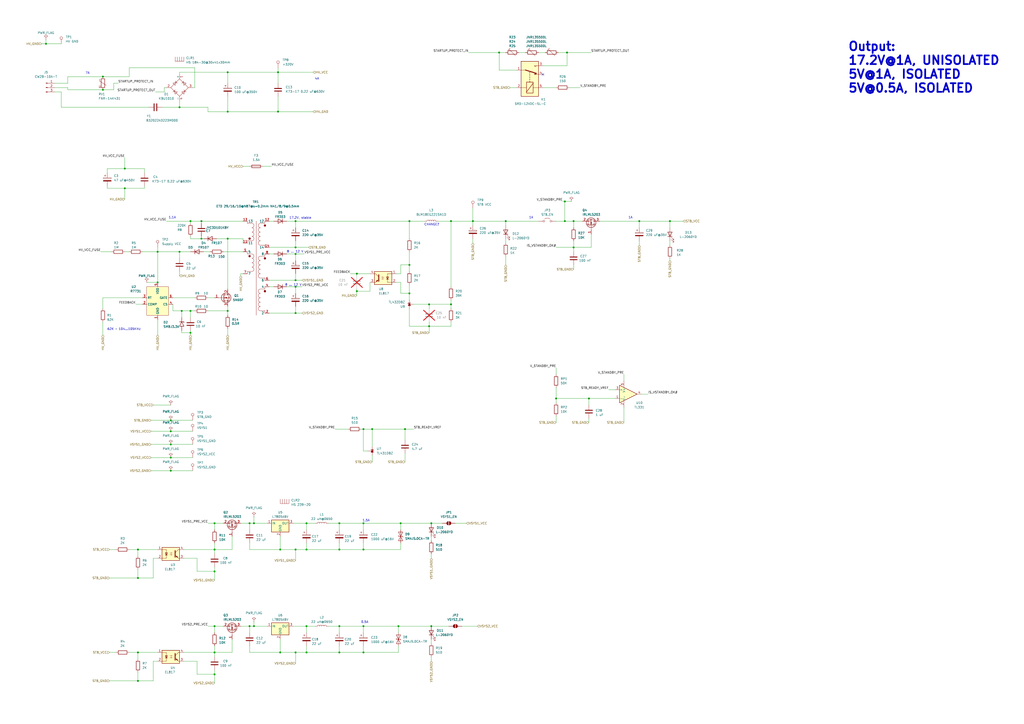
<source format=kicad_sch>
(kicad_sch (version 20231120) (generator "eeschema") (generator_version "8.0")
  (paper "A2")
  (junction (at 110.49 193.04))
  (junction (at 26.67 25.4))
  (junction (at 104.14 62.23))
  (junction (at 261.62 176.53))
  (junction (at 99.06 243.84))
  (junction (at 293.37 128.27))
  (junction (at 132.08 41.91))
  (junction (at 171.45 181.61))
  (junction (at 147.32 303.53))
  (junction (at 250.19 303.53))
  (junction (at 210.82 318.77))
  (junction (at 171.45 318.77))
  (junction (at 80.01 394.97))
  (junction (at 210.82 248.92))
  (junction (at 171.45 128.27))
  (junction (at 250.19 363.22))
  (junction (at 162.56 318.77))
  (junction (at 248.92 176.53))
  (junction (at 124.46 378.46))
  (junction (at 59.69 52.07))
  (junction (at 144.78 303.53))
  (junction (at 80.01 378.46))
  (junction (at 59.69 44.45))
  (junction (at 72.39 97.79))
  (junction (at 177.8 318.77))
  (junction (at 124.46 318.77))
  (junction (at 147.32 363.22))
  (junction (at 210.82 303.53))
  (junction (at 80.01 318.77))
  (junction (at 124.46 303.53))
  (junction (at 237.49 170.18))
  (junction (at 105.41 180.34))
  (junction (at 332.74 143.51))
  (junction (at 80.01 335.28))
  (junction (at 116.84 138.43))
  (junction (at 171.45 378.46))
  (junction (at 171.45 162.56))
  (junction (at 124.46 363.22))
  (junction (at 161.29 64.77))
  (junction (at 132.08 138.43))
  (junction (at 234.95 248.92))
  (junction (at 99.06 265.43))
  (junction (at 388.62 128.27))
  (junction (at 196.85 363.22))
  (junction (at 110.49 180.34))
  (junction (at 210.82 363.22))
  (junction (at 161.29 41.91))
  (junction (at 91.44 163.83))
  (junction (at 177.8 363.22))
  (junction (at 237.49 128.27))
  (junction (at 332.74 128.27))
  (junction (at 196.85 318.77))
  (junction (at 144.78 363.22))
  (junction (at 99.06 250.19))
  (junction (at 207.01 168.91))
  (junction (at 91.44 146.05))
  (junction (at 110.49 128.27))
  (junction (at 248.92 189.23))
  (junction (at 215.9 248.92))
  (junction (at 232.41 303.53))
  (junction (at 322.58 231.14))
  (junction (at 171.45 143.51))
  (junction (at 177.8 303.53))
  (junction (at 104.14 146.05))
  (junction (at 237.49 153.67))
  (junction (at 116.84 128.27))
  (junction (at 231.14 363.22))
  (junction (at 162.56 378.46))
  (junction (at 370.84 128.27))
  (junction (at 99.06 257.81))
  (junction (at 72.39 109.22))
  (junction (at 328.93 30.48))
  (junction (at 207.01 158.75))
  (junction (at 327.66 116.84))
  (junction (at 124.46 331.47))
  (junction (at 171.45 166.37))
  (junction (at 99.06 273.05))
  (junction (at 196.85 303.53))
  (junction (at 196.85 378.46))
  (junction (at 210.82 378.46))
  (junction (at 289.56 30.48))
  (junction (at 274.32 128.27))
  (junction (at 261.62 128.27))
  (junction (at 341.63 231.14))
  (junction (at 132.08 180.34))
  (junction (at 132.08 64.77))
  (junction (at 171.45 147.32))
  (junction (at 124.46 391.16))
  (junction (at 327.66 128.27))
  (junction (at 177.8 378.46))
  (no_connect (at 314.96 43.18))
  (wire (pts (xy 78.74 176.53) (xy 82.55 176.53)))
  (wire (pts (xy 110.49 193.04) (xy 110.49 194.31)))
  (wire (pts (xy 332.74 143.51) (xy 332.74 146.05)))
  (wire (pts (xy 90.17 53.34) (xy 95.25 53.34)))
  (wire (pts (xy 237.49 146.05) (xy 237.49 153.67)))
  (wire (pts (xy 261.62 176.53) (xy 261.62 179.07)))
  (wire (pts (xy 237.49 165.1) (xy 237.49 170.18)))
  (wire (pts (xy 104.14 146.05) (xy 110.49 146.05)))
  (wire (pts (xy 332.74 128.27) (xy 337.82 128.27)))
  (wire (pts (xy 323.85 30.48) (xy 328.93 30.48)))
  (wire (pts (xy 248.92 176.53) (xy 248.92 179.07)))
  (wire (pts (xy 120.65 64.77) (xy 132.08 64.77)))
  (wire (pts (xy 196.85 318.77) (xy 210.82 318.77)))
  (wire (pts (xy 232.41 170.18) (xy 237.49 170.18)))
  (wire (pts (xy 74.93 378.46) (xy 80.01 378.46)))
  (wire (pts (xy 66.04 48.26) (xy 68.58 48.26)))
  (wire (pts (xy 80.01 394.97) (xy 88.9 394.97)))
  (wire (pts (xy 328.93 38.1) (xy 328.93 30.48)))
  (wire (pts (xy 129.54 146.05) (xy 140.97 146.05)))
  (wire (pts (xy 232.41 153.67) (xy 237.49 153.67)))
  (wire (pts (xy 231.14 378.46) (xy 210.82 378.46)))
  (wire (pts (xy 231.14 374.65) (xy 231.14 378.46)))
  (wire (pts (xy 207.01 167.64) (xy 207.01 168.91)))
  (wire (pts (xy 171.45 378.46) (xy 177.8 378.46)))
  (wire (pts (xy 171.45 181.61) (xy 175.26 181.61)))
  (wire (pts (xy 214.63 163.83) (xy 214.63 168.91)))
  (wire (pts (xy 177.8 363.22) (xy 182.88 363.22)))
  (wire (pts (xy 110.49 129.54) (xy 110.49 128.27)))
  (wire (pts (xy 99.06 273.05) (xy 111.76 273.05)))
  (wire (pts (xy 72.39 109.22) (xy 62.23 109.22)))
  (wire (pts (xy 372.11 228.6) (xy 375.92 228.6)))
  (wire (pts (xy 207.01 171.45) (xy 207.01 168.91)))
  (wire (pts (xy 210.82 303.53) (xy 232.41 303.53)))
  (wire (pts (xy 104.14 41.91) (xy 132.08 41.91)))
  (wire (pts (xy 171.45 128.27) (xy 171.45 132.08)))
  (wire (pts (xy 322.58 231.14) (xy 341.63 231.14)))
  (wire (pts (xy 132.08 177.8) (xy 132.08 180.34)))
  (wire (pts (xy 100.33 180.34) (xy 105.41 180.34)))
  (wire (pts (xy 293.37 138.43) (xy 293.37 140.97)))
  (wire (pts (xy 314.96 38.1) (xy 328.93 38.1)))
  (wire (pts (xy 177.8 314.96) (xy 177.8 318.77)))
  (wire (pts (xy 72.39 97.79) (xy 62.23 97.79)))
  (wire (pts (xy 144.78 318.77) (xy 162.56 318.77)))
  (wire (pts (xy 248.92 189.23) (xy 248.92 193.04)))
  (wire (pts (xy 24.13 25.4) (xy 26.67 25.4)))
  (wire (pts (xy 177.8 318.77) (xy 196.85 318.77)))
  (wire (pts (xy 330.2 50.8) (xy 336.55 50.8)))
  (wire (pts (xy 162.56 318.77) (xy 171.45 318.77)))
  (wire (pts (xy 171.45 378.46) (xy 171.45 384.81)))
  (wire (pts (xy 274.32 130.81) (xy 274.32 128.27)))
  (wire (pts (xy 59.69 172.72) (xy 82.55 172.72)))
  (wire (pts (xy 39.37 50.8) (xy 39.37 52.07)))
  (wire (pts (xy 120.65 62.23) (xy 120.65 64.77)))
  (wire (pts (xy 104.14 62.23) (xy 120.65 62.23)))
  (wire (pts (xy 327.66 128.27) (xy 332.74 128.27)))
  (wire (pts (xy 74.93 318.77) (xy 80.01 318.77)))
  (wire (pts (xy 213.36 261.62) (xy 210.82 261.62)))
  (wire (pts (xy 124.46 303.53) (xy 124.46 307.34)))
  (wire (pts (xy 124.46 331.47) (xy 124.46 336.55)))
  (wire (pts (xy 207.01 158.75) (xy 214.63 158.75)))
  (wire (pts (xy 156.21 181.61) (xy 171.45 181.61)))
  (wire (pts (xy 274.32 120.65) (xy 274.32 128.27)))
  (wire (pts (xy 156.21 166.37) (xy 158.75 166.37)))
  (wire (pts (xy 171.45 162.56) (xy 175.26 162.56)))
  (wire (pts (xy 166.37 166.37) (xy 171.45 166.37)))
  (wire (pts (xy 111.76 50.8) (xy 113.03 50.8)))
  (wire (pts (xy 134.62 318.77) (xy 134.62 311.15)))
  (wire (pts (xy 271.78 30.48) (xy 289.56 30.48)))
  (wire (pts (xy 232.41 303.53) (xy 232.41 307.34)))
  (wire (pts (xy 170.18 363.22) (xy 177.8 363.22)))
  (wire (pts (xy 177.8 374.65) (xy 177.8 378.46)))
  (wire (pts (xy 322.58 213.36) (xy 322.58 217.17)))
  (wire (pts (xy 289.56 30.48) (xy 293.37 30.48)))
  (wire (pts (xy 171.45 166.37) (xy 175.26 166.37)))
  (wire (pts (xy 293.37 148.59) (xy 293.37 153.67)))
  (wire (pts (xy 31.75 53.34) (xy 35.56 53.34)))
  (wire (pts (xy 353.06 226.06) (xy 356.87 226.06)))
  (wire (pts (xy 80.01 389.89) (xy 80.01 394.97)))
  (wire (pts (xy 110.49 128.27) (xy 116.84 128.27)))
  (wire (pts (xy 261.62 128.27) (xy 274.32 128.27)))
  (wire (pts (xy 196.85 303.53) (xy 210.82 303.53)))
  (wire (pts (xy 124.46 331.47) (xy 124.46 328.93)))
  (wire (pts (xy 341.63 242.57) (xy 341.63 245.11)))
  (wire (pts (xy 232.41 163.83) (xy 229.87 163.83)))
  (wire (pts (xy 63.5 335.28) (xy 80.01 335.28)))
  (wire (pts (xy 132.08 180.34) (xy 132.08 182.88)))
  (wire (pts (xy 196.85 363.22) (xy 196.85 367.03)))
  (wire (pts (xy 88.9 323.85) (xy 91.44 323.85)))
  (wire (pts (xy 116.84 129.54) (xy 116.84 128.27)))
  (wire (pts (xy 139.7 363.22) (xy 144.78 363.22)))
  (wire (pts (xy 264.16 303.53) (xy 270.51 303.53)))
  (wire (pts (xy 234.95 248.92) (xy 240.03 248.92)))
  (wire (pts (xy 106.68 318.77) (xy 124.46 318.77)))
  (wire (pts (xy 116.84 137.16) (xy 116.84 138.43)))
  (wire (pts (xy 132.08 55.88) (xy 132.08 64.77)))
  (wire (pts (xy 274.32 138.43) (xy 274.32 140.97)))
  (wire (pts (xy 139.7 158.75) (xy 140.97 158.75)))
  (wire (pts (xy 59.69 186.69) (xy 59.69 194.31)))
  (wire (pts (xy 300.99 30.48) (xy 304.8 30.48)))
  (wire (pts (xy 196.85 363.22) (xy 210.82 363.22)))
  (wire (pts (xy 190.5 303.53) (xy 196.85 303.53)))
  (wire (pts (xy 140.97 96.52) (xy 144.78 96.52)))
  (wire (pts (xy 114.3 383.54) (xy 114.3 391.16)))
  (wire (pts (xy 171.45 318.77) (xy 171.45 325.12)))
  (wire (pts (xy 67.31 378.46) (xy 63.5 378.46)))
  (wire (pts (xy 83.82 97.79) (xy 72.39 97.79)))
  (wire (pts (xy 58.42 146.05) (xy 64.77 146.05)))
  (wire (pts (xy 124.46 391.16) (xy 124.46 396.24)))
  (wire (pts (xy 171.45 147.32) (xy 171.45 151.13)))
  (wire (pts (xy 161.29 41.91) (xy 161.29 48.26)))
  (wire (pts (xy 231.14 363.22) (xy 250.19 363.22)))
  (wire (pts (xy 361.95 217.17) (xy 361.95 220.98)))
  (wire (pts (xy 31.75 48.26) (xy 39.37 48.26)))
  (wire (pts (xy 194.31 248.92) (xy 201.93 248.92)))
  (wire (pts (xy 139.7 158.75) (xy 139.7 160.02)))
  (wire (pts (xy 106.68 323.85) (xy 114.3 323.85)))
  (wire (pts (xy 210.82 318.77) (xy 232.41 318.77)))
  (wire (pts (xy 237.49 189.23) (xy 237.49 179.07)))
  (wire (pts (xy 88.9 234.95) (xy 99.06 234.95)))
  (wire (pts (xy 87.63 265.43) (xy 99.06 265.43)))
  (wire (pts (xy 83.82 107.95) (xy 83.82 109.22)))
  (wire (pts (xy 210.82 374.65) (xy 210.82 378.46)))
  (wire (pts (xy 100.33 172.72) (xy 113.03 172.72)))
  (wire (pts (xy 104.14 157.48) (xy 104.14 160.02)))
  (wire (pts (xy 39.37 52.07) (xy 59.69 52.07)))
  (wire (pts (xy 156.21 162.56) (xy 171.45 162.56)))
  (wire (pts (xy 314.96 50.8) (xy 322.58 50.8)))
  (wire (pts (xy 124.46 363.22) (xy 129.54 363.22)))
  (wire (pts (xy 162.56 370.84) (xy 162.56 378.46)))
  (wire (pts (xy 232.41 303.53) (xy 250.19 303.53)))
  (wire (pts (xy 196.85 314.96) (xy 196.85 318.77)))
  (wire (pts (xy 31.75 50.8) (xy 39.37 50.8)))
  (wire (pts (xy 144.78 363.22) (xy 147.32 363.22)))
  (wire (pts (xy 161.29 39.37) (xy 161.29 41.91)))
  (wire (pts (xy 179.07 143.51) (xy 171.45 143.51)))
  (wire (pts (xy 104.14 146.05) (xy 104.14 149.86)))
  (wire (pts (xy 203.2 158.75) (xy 207.01 158.75)))
  (wire (pts (xy 196.85 374.65) (xy 196.85 378.46)))
  (wire (pts (xy 293.37 128.27) (xy 312.42 128.27)))
  (wire (pts (xy 147.32 363.22) (xy 154.94 363.22)))
  (wire (pts (xy 332.74 143.51) (xy 342.9 143.51)))
  (wire (pts (xy 237.49 128.27) (xy 246.38 128.27)))
  (wire (pts (xy 140.97 140.97) (xy 140.97 138.43)))
  (wire (pts (xy 250.19 383.54) (xy 250.19 381)))
  (wire (pts (xy 99.06 265.43) (xy 111.76 265.43)))
  (wire (pts (xy 83.82 109.22) (xy 72.39 109.22)))
  (wire (pts (xy 250.19 363.22) (xy 260.35 363.22)))
  (wire (pts (xy 91.44 146.05) (xy 104.14 146.05)))
  (wire (pts (xy 231.14 363.22) (xy 231.14 367.03)))
  (wire (pts (xy 209.55 248.92) (xy 210.82 248.92)))
  (wire (pts (xy 171.45 158.75) (xy 171.45 162.56)))
  (wire (pts (xy 162.56 311.15) (xy 162.56 318.77)))
  (wire (pts (xy 144.78 374.65) (xy 144.78 378.46)))
  (wire (pts (xy 177.8 378.46) (xy 196.85 378.46)))
  (wire (pts (xy 72.39 109.22) (xy 72.39 115.57)))
  (wire (pts (xy 132.08 138.43) (xy 132.08 167.64)))
  (wire (pts (xy 120.65 303.53) (xy 124.46 303.53)))
  (wire (pts (xy 80.01 318.77) (xy 80.01 322.58)))
  (wire (pts (xy 232.41 314.96) (xy 232.41 318.77)))
  (wire (pts (xy 207.01 168.91) (xy 214.63 168.91)))
  (wire (pts (xy 140.97 138.43) (xy 132.08 138.43)))
  (wire (pts (xy 88.9 383.54) (xy 91.44 383.54)))
  (wire (pts (xy 144.78 378.46) (xy 162.56 378.46)))
  (wire (pts (xy 161.29 64.77) (xy 181.61 64.77)))
  (wire (pts (xy 83.82 100.33) (xy 83.82 97.79)))
  (wire (pts (xy 254 128.27) (xy 261.62 128.27)))
  (wire (pts (xy 66.04 48.26) (xy 66.04 52.07)))
  (wire (pts (xy 370.84 128.27) (xy 370.84 132.08)))
  (wire (pts (xy 113.03 39.37) (xy 74.93 39.37)))
  (wire (pts (xy 210.82 363.22) (xy 231.14 363.22)))
  (wire (pts (xy 91.44 185.42) (xy 91.44 194.31)))
  (wire (pts (xy 88.9 335.28) (xy 88.9 323.85)))
  (wire (pts (xy 82.55 146.05) (xy 91.44 146.05)))
  (wire (pts (xy 237.49 170.18) (xy 237.49 173.99)))
  (wire (pts (xy 388.62 149.86) (xy 388.62 151.13)))
  (wire (pts (xy 267.97 363.22) (xy 276.86 363.22)))
  (wire (pts (xy 171.45 147.32) (xy 176.53 147.32)))
  (wire (pts (xy 341.63 231.14) (xy 341.63 234.95)))
  (wire (pts (xy 26.67 25.4) (xy 26.67 22.86)))
  (wire (pts (xy 132.08 41.91) (xy 161.29 41.91)))
  (wire (pts (xy 170.18 303.53) (xy 177.8 303.53)))
  (wire (pts (xy 80.01 378.46) (xy 91.44 378.46)))
  (wire (pts (xy 105.41 191.77) (xy 105.41 193.04)))
  (wire (pts (xy 196.85 378.46) (xy 210.82 378.46)))
  (wire (pts (xy 388.62 128.27) (xy 396.24 128.27)))
  (wire (pts (xy 124.46 378.46) (xy 134.62 378.46)))
  (wire (pts (xy 91.44 146.05) (xy 91.44 163.83)))
  (wire (pts (xy 361.95 236.22) (xy 361.95 245.11)))
  (wire (pts (xy 63.5 394.97) (xy 80.01 394.97)))
  (wire (pts (xy 248.92 189.23) (xy 261.62 189.23)))
  (wire (pts (xy 99.06 243.84) (xy 111.76 243.84)))
  (wire (pts (xy 110.49 138.43) (xy 110.49 137.16)))
  (wire (pts (xy 113.03 50.8) (xy 113.03 39.37)))
  (wire (pts (xy 120.65 363.22) (xy 124.46 363.22)))
  (wire (pts (xy 171.45 318.77) (xy 177.8 318.77)))
  (wire (pts (xy 104.14 62.23) (xy 104.14 58.42)))
  (wire (pts (xy 322.58 224.79) (xy 322.58 231.14)))
  (wire (pts (xy 124.46 363.22) (xy 124.46 367.03)))
  (wire (pts (xy 250.19 311.15) (xy 250.19 313.69)))
  (wire (pts (xy 59.69 52.07) (xy 66.04 52.07)))
  (wire (pts (xy 190.5 363.22) (xy 196.85 363.22)))
  (wire (pts (xy 59.69 179.07) (xy 59.69 172.72)))
  (wire (pts (xy 156.21 143.51) (xy 171.45 143.51)))
  (wire (pts (xy 106.68 383.54) (xy 114.3 383.54)))
  (wire (pts (xy 293.37 130.81) (xy 293.37 128.27)))
  (wire (pts (xy 144.78 303.53) (xy 144.78 307.34)))
  (wire (pts (xy 139.7 303.53) (xy 144.78 303.53)))
  (wire (pts (xy 207.01 160.02) (xy 207.01 158.75)))
  (wire (pts (xy 80.01 335.28) (xy 88.9 335.28)))
  (wire (pts (xy 234.95 262.89) (xy 234.95 267.97)))
  (wire (pts (xy 144.78 314.96) (xy 144.78 318.77)))
  (wire (pts (xy 110.49 180.34) (xy 110.49 184.15)))
  (wire (pts (xy 72.39 146.05) (xy 74.93 146.05)))
  (wire (pts (xy 215.9 264.16) (xy 215.9 267.97)))
  (wire (pts (xy 248.92 186.69) (xy 248.92 189.23)))
  (wire (pts (xy 59.69 44.45) (xy 74.93 44.45)))
  (wire (pts (xy 62.23 107.95) (xy 62.23 109.22)))
  (wire (pts (xy 96.52 128.27) (xy 110.49 128.27)))
  (wire (pts (xy 248.92 176.53) (xy 261.62 176.53)))
  (wire (pts (xy 332.74 128.27) (xy 332.74 132.08)))
  (wire (pts (xy 124.46 374.65) (xy 124.46 378.46)))
  (wire (pts (xy 105.41 193.04) (xy 110.49 193.04)))
  (wire (pts (xy 232.41 170.18) (xy 232.41 163.83)))
  (wire (pts (xy 210.82 303.53) (xy 210.82 307.34)))
  (wire (pts (xy 120.65 180.34) (xy 132.08 180.34)))
  (wire (pts (xy 105.41 180.34) (xy 110.49 180.34)))
  (wire (pts (xy 177.8 307.34) (xy 177.8 303.53)))
  (wire (pts (xy 347.98 128.27) (xy 370.84 128.27)))
  (wire (pts (xy 87.63 273.05) (xy 99.06 273.05)))
  (wire (pts (xy 114.3 391.16) (xy 124.46 391.16)))
  (wire (pts (xy 210.82 248.92) (xy 215.9 248.92)))
  (wire (pts (xy 95.25 53.34) (xy 95.25 50.8)))
  (wire (pts (xy 234.95 248.92) (xy 234.95 255.27)))
  (wire (pts (xy 118.11 138.43) (xy 116.84 138.43)))
  (wire (pts (xy 95.25 50.8) (xy 96.52 50.8)))
  (wire (pts (xy 261.62 128.27) (xy 261.62 166.37)))
  (wire (pts (xy 341.63 231.14) (xy 356.87 231.14)))
  (wire (pts (xy 166.37 128.27) (xy 171.45 128.27)))
  (wire (pts (xy 124.46 314.96) (xy 124.46 318.77)))
  (wire (pts (xy 132.08 64.77) (xy 161.29 64.77)))
  (wire (pts (xy 124.46 391.16) (xy 124.46 388.62)))
  (wire (pts (xy 161.29 41.91) (xy 181.61 41.91)))
  (wire (pts (xy 114.3 323.85) (xy 114.3 331.47)))
  (wire (pts (xy 124.46 318.77) (xy 134.62 318.77)))
  (wire (pts (xy 134.62 378.46) (xy 134.62 370.84)))
  (wire (pts (xy 388.62 128.27) (xy 388.62 132.08)))
  (wire (pts (xy 162.56 378.46) (xy 171.45 378.46)))
  (wire (pts (xy 144.78 303.53) (xy 147.32 303.53)))
  (wire (pts (xy 156.21 147.32) (xy 158.75 147.32)))
  (wire (pts (xy 240.03 176.53) (xy 248.92 176.53)))
  (wire (pts (xy 327.66 116.84) (xy 331.47 116.84)))
  (wire (pts (xy 100.33 176.53) (xy 100.33 180.34)))
  (wire (pts (xy 26.67 25.4) (xy 35.56 25.4)))
  (wire (pts (xy 370.84 128.27) (xy 388.62 128.27)))
  (wire (pts (xy 132.08 190.5) (xy 132.08 194.31)))
  (wire (pts (xy 171.45 177.8) (xy 171.45 181.61)))
  (wire (pts (xy 261.62 189.23) (xy 261.62 186.69)))
  (wire (pts (xy 171.45 139.7) (xy 171.45 143.51)))
  (wire (pts (xy 74.93 39.37) (xy 74.93 44.45)))
  (wire (pts (xy 132.08 41.91) (xy 132.08 48.26)))
  (wire (pts (xy 289.56 40.64) (xy 299.72 40.64)))
  (wire (pts (xy 322.58 231.14) (xy 322.58 233.68)))
  (wire (pts (xy 322.58 143.51) (xy 332.74 143.51)))
  (wire (pts (xy 88.9 394.97) (xy 88.9 383.54)))
  (wire (pts (xy 39.37 44.45) (xy 39.37 48.26)))
  (wire (pts (xy 250.19 323.85) (xy 250.19 321.31)))
  (wire (pts (xy 72.39 91.44) (xy 72.39 97.79)))
  (wire (pts (xy 370.84 139.7) (xy 370.84 142.24)))
  (wire (pts (xy 237.49 128.27) (xy 237.49 138.43)))
  (wire (pts (xy 80.01 330.2) (xy 80.01 335.28)))
  (wire (pts (xy 161.29 55.88) (xy 161.29 64.77)))
  (wire (pts (xy 171.45 166.37) (xy 171.45 170.18)))
  (wire (pts (xy 110.49 180.34) (xy 113.03 180.34)))
  (wire (pts (xy 35.56 53.34) (xy 35.56 62.23)))
  (wire (pts (xy 91.44 143.51) (xy 91.44 146.05)))
  (wire (pts (xy 156.21 128.27) (xy 158.75 128.27)))
  (wire (pts (xy 124.46 318.77) (xy 124.46 321.31)))
  (wire (pts (xy 232.41 158.75) (xy 229.87 158.75)))
  (wire (pts (xy 177.8 303.53) (xy 182.88 303.53)))
  (wire (pts (xy 237.49 153.67) (xy 237.49 157.48)))
  (wire (pts (xy 80.01 318.77) (xy 91.44 318.77)))
  (wire (pts (xy 87.63 243.84) (xy 99.06 243.84)))
  (wire (pts (xy 87.63 257.81) (xy 99.06 257.81)))
  (wire (pts (xy 250.19 303.53) (xy 256.54 303.53)))
  (wire (pts (xy 327.66 116.84) (xy 327.66 128.27)))
  (wire (pts (xy 67.31 318.77) (xy 63.5 318.77)))
  (wire (pts (xy 332.74 153.67) (xy 332.74 156.21)))
  (wire (pts (xy 215.9 248.92) (xy 215.9 259.08)))
  (wire (pts (xy 35.56 62.23) (xy 86.36 62.23)))
  (wire (pts (xy 326.39 116.84) (xy 327.66 116.84)))
  (wire (pts (xy 295.91 50.8) (xy 299.72 50.8)))
  (wire (pts (xy 87.63 250.19) (xy 99.06 250.19)))
  (wire (pts (xy 210.82 261.62) (xy 210.82 248.92)))
  (wire (pts (xy 85.09 163.83) (xy 91.44 163.83)))
  (wire (pts (xy 147.32 360.68) (xy 147.32 363.22)))
  (wire (pts (xy 322.58 128.27) (xy 327.66 128.27)))
  (wire (pts (xy 116.84 128.27) (xy 140.97 128.27)))
  (wire (pts (xy 289.56 30.48) (xy 289.56 40.64)))
  (wire (pts (xy 93.98 62.23) (xy 104.14 62.23)))
  (wire (pts (xy 166.37 147.32) (xy 171.45 147.32)))
  (wire (pts (xy 99.06 250.19) (xy 111.76 250.19)))
  (wire (pts (xy 322.58 241.3) (xy 322.58 245.11)))
  (wire (pts (xy 210.82 363.22) (xy 210.82 367.03)))
  (wire (pts (xy 124.46 378.46) (xy 124.46 381)))
  (wire (pts (xy 274.32 128.27) (xy 293.37 128.27)))
  (wire (pts (xy 210.82 314.96) (xy 210.82 318.77)))
  (wire (pts (xy 99.06 257.81) (xy 111.76 257.81)))
  (wire (pts (xy 312.42 30.48) (xy 316.23 30.48)))
  (wire (pts (xy 237.49 189.23) (xy 248.92 189.23)))
  (wire (pts (xy 147.32 303.53) (xy 154.94 303.53)))
  (wire (pts (xy 328.93 30.48) (xy 342.9 30.48)))
  (wire (pts (xy 116.84 138.43) (xy 110.49 138.43)))
  (wire (pts (xy 388.62 139.7) (xy 388.62 142.24)))
  (wire (pts (xy 342.9 143.51) (xy 342.9 135.89)))
  (wire (pts (xy 144.78 363.22) (xy 144.78 367.03)))
  (wire (pts (xy 147.32 299.72) (xy 147.32 303.53)))
  (wire (pts (xy 125.73 138.43) (xy 132.08 138.43)))
  (wire (pts (xy 124.46 303.53) (xy 129.54 303.53)))
  (wire (pts (xy 104.14 41.91) (xy 104.14 43.18)))
  (wire (pts (xy 80.01 378.46) (xy 80.01 382.27)))
  (wire (pts (xy 120.65 172.72) (xy 124.46 172.72)))
  (wire (pts (xy 196.85 303.53) (xy 196.85 307.34)))
  (wire (pts (xy 62.23 97.79) (xy 62.23 100.33)))
  (wire (pts (xy 106.68 378.46) (xy 124.46 378.46)))
  (wire (pts (xy 114.3 331.47) (xy 124.46 331.47)))
  (wire (pts (xy 232.41 153.67) (xy 232.41 158.75)))
  (wire (pts (xy 261.62 173.99) (xy 261.62 176.53)))
  (wire (pts (xy 39.37 44.45) (xy 59.69 44.45)))
  (wire (pts (xy 250.19 370.84) (xy 250.19 373.38)))
  (wire (pts (xy 118.11 146.05) (xy 121.92 146.05)))
  (wire (pts (xy 105.41 184.15) (xy 105.41 180.34)))
  (wire (pts (xy 110.49 191.77) (xy 110.49 193.04)))
  (wire (pts (xy 152.4 96.52) (xy 157.48 96.52)))
  (wire (pts (xy 215.9 248.92) (xy 234.95 248.92)))
  (wire (pts (xy 332.74 139.7) (xy 332.74 143.51)))
  (wire (pts (xy 177.8 367.03) (xy 177.8 363.22)))
  (wire (pts (xy 171.45 128.27) (xy 237.49 128.27)))
  (text "8 ... 12 V" (at 171.196 146.05 0) (effects (font (size 1.27 1.27))))
  (text "1.1A" (at 97.79 127 0) (effects (font (size 1.27 1.27)) (justify left bottom)))
  (text "17.2V, stable" (at 174.244 126.492 0) (effects (font (size 1.27 1.27))))
  (text "4A" (at 182.626 46.482 0) (effects (font (size 1.27 1.27)) (justify left bottom)))
  (text "Output:\n17.2V@1A, UNISOLATED\n5V@1A, ISOLATED\n5V@0.5A, ISOLATED\n\n" (at 491.744 62.23 0) (effects (font (size 5 5) (bold yes)) (justify left bottom)))
  (text "8 ... 12 V" (at 170.18 165.354 0) (effects (font (size 1.27 1.27))))
  (text "1.5A" (at 212.344 302.006 0) (effects (font (size 1.27 1.27))))
  (text "CHANGE?" (at 250.444 130.302 0) (effects (font (size 1.27 1.27))))
  (text "1A" (at 364.49 127 0) (effects (font (size 1.27 1.27)) (justify left bottom)))
  (text "62K ~ 104...105KHz" (at 62.23 191.77 0) (effects (font (size 1.27 1.27)) (justify left bottom)))
  (text "7A" (at 49.53 43.18 0) (effects (font (size 1.27 1.27)) (justify left bottom)))
  (text "0.5A" (at 211.582 360.934 0) (effects (font (size 1.27 1.27))))
  (text "1A" (at 306.832 127 0) (effects (font (size 1.27 1.27)) (justify left bottom)))
  (label "VSYS2_PRE_VCC" (at 175.26 166.37 0))
  (label "HV_VCC_FUSE" (at 72.39 91.44 180))
  (label "FEEDBACK" (at 78.74 176.53 180))
  (label "V_STANDBY_PRE" (at 336.55 50.8 0))
  (label "STARTUP_PROTECT_IN" (at 68.58 48.26 0))
  (label "STB_READY_VREF" (at 240.03 248.92 0))
  (label "V_STANDBY_PRE" (at 194.31 248.92 180))
  (label "STARTUP_PROTECT_OUT" (at 90.17 53.34 180))
  (label "HV_VCC_FUSE" (at 157.48 96.52 0))
  (label "HV_VCC_FUSE" (at 58.42 146.05 180))
  (label "STB_READY_VREF" (at 353.06 226.06 180))
  (label "V_STANDBY_PRE" (at 322.58 213.36 180))
  (label "IS_VSTANDBY_OK#" (at 375.92 228.6 0))
  (label "VSYS1_PRE_VCC" (at 120.65 303.53 180))
  (label "STARTUP_PROTECT_IN" (at 271.78 30.48 180))
  (label "FEEDBACK" (at 203.2 158.75 180))
  (label "STARTUP_PROTECT_OUT" (at 342.9 30.48 0))
  (label "VSYS2_PRE_VCC" (at 120.65 363.22 180))
  (label "IS_VSTANDBY_OK#" (at 322.58 143.51 180))
  (label "V_STANDBY_PRE" (at 326.39 116.84 180))
  (label "HV_VCC_FUSE" (at 96.52 128.27 180))
  (label "VSYS1_PRE_VCC" (at 176.53 147.32 0))
  (label "V_STANDBY_PRE" (at 361.95 217.17 180))
  (hierarchical_label "VSYS1_GND" (shape input) (at 87.63 257.81 180))
  (hierarchical_label "STB_GND" (shape input) (at 361.95 245.11 180))
  (hierarchical_label "VSYS2_GND" (shape input) (at 175.26 181.61 0))
  (hierarchical_label "STB_GND" (shape input) (at 370.84 142.24 270))
  (hierarchical_label "STB_VCC" (shape input) (at 63.5 378.46 180))
  (hierarchical_label "STB_GND" (shape input) (at 63.5 335.28 180))
  (hierarchical_label "STB_GND" (shape input) (at 388.62 151.13 270))
  (hierarchical_label "HV_GND" (shape input) (at 59.69 194.31 270))
  (hierarchical_label "VSYS2_GND" (shape input) (at 250.19 383.54 270))
  (hierarchical_label "HV_GND" (shape input) (at 72.39 115.57 180))
  (hierarchical_label "HV_GND" (shape input) (at 181.61 64.77 0))
  (hierarchical_label "STB_GND" (shape input) (at 274.32 140.97 270))
  (hierarchical_label "HV_GND" (shape input) (at 24.13 25.4 180))
  (hierarchical_label "HV_VCC" (shape input) (at 181.61 41.91 0))
  (hierarchical_label "HV_GND" (shape input) (at 207.01 171.45 180))
  (hierarchical_label "HV_GND" (shape input) (at 132.08 194.31 270))
  (hierarchical_label "VSYS1_GND" (shape input) (at 250.19 323.85 270))
  (hierarchical_label "STB_VCC" (shape input) (at 63.5 318.77 180))
  (hierarchical_label "STB_GND" (shape input) (at 341.63 245.11 180))
  (hierarchical_label "VSYS1_VCC" (shape input) (at 87.63 250.19 180))
  (hierarchical_label "STB_GND" (shape input) (at 248.92 193.04 180))
  (hierarchical_label "VSYS2_GND" (shape input) (at 124.46 396.24 180))
  (hierarchical_label "STB_VCC" (shape input) (at 396.24 128.27 0))
  (hierarchical_label "VSYS2_VCC" (shape input) (at 276.86 363.22 0))
  (hierarchical_label "STB_VCC" (shape input) (at 88.9 234.95 180))
  (hierarchical_label "STB_GND" (shape input) (at 179.07 143.51 0))
  (hierarchical_label "STB_GND" (shape input) (at 332.74 156.21 180))
  (hierarchical_label "STB_GND" (shape input) (at 234.95 267.97 180))
  (hierarchical_label "STB_GND" (shape input) (at 87.63 243.84 180))
  (hierarchical_label "HV_GND" (shape input) (at 91.44 194.31 270))
  (hierarchical_label "STB_GND" (shape input) (at 63.5 394.97 180))
  (hierarchical_label "STB_GND" (shape input) (at 322.58 245.11 180))
  (hierarchical_label "HV_VCC" (shape input) (at 140.97 96.52 180))
  (hierarchical_label "VSYS2_GND" (shape input) (at 87.63 273.05 180))
  (hierarchical_label "STB_GND" (shape input) (at 293.37 153.67 270))
  (hierarchical_label "VSYS1_GND" (shape input) (at 124.46 336.55 180))
  (hierarchical_label "VSYS2_GND" (shape input) (at 171.45 384.81 180))
  (hierarchical_label "VSYS1_GND" (shape input) (at 171.45 325.12 180))
  (hierarchical_label "STB_GND" (shape input) (at 215.9 267.97 180))
  (hierarchical_label "VSYS1_GND" (shape input) (at 175.26 162.56 0))
  (hierarchical_label "HV_GND" (shape input) (at 139.7 160.02 270))
  (hierarchical_label "HV_GND" (shape input) (at 110.49 194.31 270))
  (hierarchical_label "VSYS2_VCC" (shape input) (at 87.63 265.43 180))
  (hierarchical_label "HV_GND" (shape input) (at 104.14 160.02 0))
  (hierarchical_label "STB_GND" (shape input) (at 295.91 50.8 180))
  (hierarchical_label "VSYS1_VCC" (shape input) (at 270.51 303.53 0))
  (symbol (lib_id "Device:D") (at 162.56 147.32 180) (unit 1)
    (property "Reference" "D6" (at 162.306 150.368 0))
    (property "Value" "FR303" (at 162.306 152.908 0))
    (property "Footprint" "Diode_THT:D_DO-201AD_P3.81mm_Vertical_AnodeUp" (effects (hide yes)))
    (property "Description" "Diode" (effects (hide yes)))
    (property "Sim.Device" "D" (effects (hide yes)))
    (property "Sim.Pins" "1=K 2=A" (effects (hide yes)))
  )
  (symbol (lib_id "Jumper:Jumper_2_Open") (at 317.5 128.27 0) (unit 1)
    (property "Reference" "JP3" (at 317.5 121.92 0))
    (property "Value" "STB_EN" (at 317.5 124.46 0))
    (property "Footprint" "TestPoint:TestPoint_2Pads_Pitch2.54mm_Drill0.8mm" (effects (hide yes)))
    (property "Description" "Jumper, 2-pole, open" (effects (hide yes)))
  )
  (symbol (lib_id "Device:L") (at 250.19 128.27 90) (unit 1)
    (property "Reference" "L3" (at 250.19 121.92 90))
    (property "Value" "BLM18EG221SN1D" (at 250.19 124.46 90))
    (property "Footprint" "Inductor_SMD:L_0603_1608Metric" (effects (hide yes)))
    (property "Description" "Inductor" (effects (hide yes)))
  )
  (symbol (lib_id "Connector:TestPoint") (at 161.29 39.37 0) (unit 1)
    (property "Reference" "TP8" (at 163.83 34.7979 0) (effects (justify left)))
    (property "Value" "+320V" (at 163.83 37.3379 0) (effects (justify left)))
    (property "Footprint" "TestPoint:TestPoint_Pad_2.0x2.0mm" (effects (hide yes)))
    (property "Description" "test point" (effects (hide yes)))
  )
  (symbol (lib_id "My_Library:R7731") (at 91.44 172.72 0) (unit 1)
    (property "Reference" "U2" (at 76.2 166.37 0) (effects (justify left)))
    (property "Value" "R7731" (at 78.74 168.91 0))
    (property "Footprint" "Package_TO_SOT_SMD:SOT-23-6" (effects (hide yes)))
    (property "Datasheet" "http://archive.espec.ws/files/R7731.pdf?ysclid=lfm8950tac95130387" (effects (hide yes)))
  )
  (symbol (lib_id "My_Library:TR_5x1-7+7") (at 148.59 143.51 0) (unit 1)
    (property "Reference" "TR1" (at 148.336 117.094 0))
    (property "Value" "ETD 29/16/10@N87@s=0.2mm N41/8/9@0.5mm" (at 149.606 119.634 0))
    (property "Footprint" "Library:ETD29_7x7_vertical" (effects (hide yes)))
  )
  (symbol (lib_id "Device:R") (at 332.74 135.89 180) (unit 1)
    (property "Reference" "R27" (at 335.28 135.255 0) (effects (justify right)))
    (property "Value" "10K" (at 335.28 137.795 0) (effects (justify right)))
    (property "Footprint" "Resistor_SMD:R_0805_2012Metric" (effects (hide yes)))
    (property "Description" "Resistor" (effects (hide yes)))
  )
  (symbol (lib_id "Transistor_FET:IRLML5203") (at 134.62 365.76 270) (mirror x) (unit 1)
    (property "Reference" "Q3" (at 129.54 356.87 90) (effects (justify left)))
    (property "Value" "IRLML5203" (at 129.54 359.41 90) (effects (justify left)))
    (property "Footprint" "Package_TO_SOT_SMD:SOT-23" (effects (hide yes)))
    (property "Datasheet" "https://www.infineon.com/dgdl/irlml5203pbf.pdf?fileId=5546d462533600a40153566868da261d" (effects (hide yes)))
    (property "Description" "-3.0A Id, -30V Vds, 98mOhm Rds, P-Channel HEXFET Power MOSFET, SOT-23" (effects (hide yes)))
  )
  (symbol (lib_id "Device:R") (at 124.46 311.15 180) (unit 1)
    (property "Reference" "R11" (at 127 310.515 0) (effects (justify right)))
    (property "Value" "10K" (at 127 313.055 0) (effects (justify right)))
    (property "Footprint" "Resistor_SMD:R_0805_2012Metric" (effects (hide yes)))
    (property "Description" "Resistor" (effects (hide yes)))
  )
  (symbol (lib_id "Device:R") (at 237.49 161.29 180) (unit 1)
    (property "Reference" "R17" (at 240.03 160.0199 0) (effects (justify right)))
    (property "Value" "2K" (at 240.03 162.5599 0) (effects (justify right)))
    (property "Footprint" "Resistor_SMD:R_0805_2012Metric" (effects (hide yes)))
    (property "Description" "Resistor" (effects (hide yes)))
  )
  (symbol (lib_id "power:PWR_FLAG") (at 99.06 234.95 0) (unit 1)
    (property "Reference" "#FLG03" (effects (hide yes)))
    (property "Value" "PWR_FLAG" (at 99.06 229.87 0))
    (property "Description" "Special symbol for telling ERC where power comes from" (effects (hide yes)))
  )
  (symbol (lib_id "Reference_Voltage:TL432DBZ") (at 237.49 176.53 270) (mirror x) (unit 1)
    (property "Reference" "U9" (at 234.95 177.8 90) (effects (justify right)))
    (property "Value" "TL432DBZ" (at 234.95 175.26 90) (effects (justify right)))
    (property "Footprint" "Package_TO_SOT_SMD:SOT-23-3" (effects (hide yes)))
    (property "Datasheet" "http://www.ti.com/lit/ds/symlink/tl431.pdf" (effects (hide yes)))
    (property "Description" "Shunt Regulator, SOT-23" (effects (hide yes)))
  )
  (symbol (lib_id "Device:C") (at 144.78 370.84 180) (unit 1)
    (property "Reference" "C12" (at 148.59 370.205 0) (effects (justify right)))
    (property "Value" "22 uF" (at 148.59 372.745 0) (effects (justify right)))
    (property "Footprint" "Capacitor_SMD:C_1210_3225Metric" (effects (hide yes)))
    (property "Description" "Unpolarized capacitor" (effects (hide yes)))
  )
  (symbol (lib_id "power:PWR_FLAG") (at 99.06 257.81 0) (unit 1)
    (property "Reference" "#FLG06" (effects (hide yes)))
    (property "Value" "PWR_FLAG" (at 99.06 252.73 0))
    (property "Description" "Special symbol for telling ERC where power comes from" (effects (hide yes)))
  )
  (symbol (lib_id "Isolator:EL817") (at 99.06 381 0) (unit 1)
    (property "Reference" "U4" (at 101.6 387.35 0) (effects (justify right)))
    (property "Value" "EL817" (at 101.6 389.89 0) (effects (justify right)))
    (property "Footprint" "Package_DIP:DIP-4_W7.62mm" (effects (hide yes)))
    (property "Datasheet" "http://www.everlight.com/file/ProductFile/EL817.pdf" (effects (hide yes)))
    (property "Description" "DC Optocoupler, Vce 35V, DIP-4" (effects (hide yes)))
  )
  (symbol (lib_id "Device:Fuse") (at 148.59 96.52 90) (unit 1)
    (property "Reference" "F3" (at 148.59 90.17 90))
    (property "Value" "1.5A" (at 148.59 92.71 90))
    (property "Footprint" "Library:FuseHolder1808" (effects (hide yes)))
    (property "Description" "Fuse" (effects (hide yes)))
  )
  (symbol (lib_id "Device:C") (at 248.92 182.88 180) (unit 1) (dnp yes)
    (property "Reference" "C25" (at 256.54 181.61 0) (effects (justify left)))
    (property "Value" "10 nF" (at 259.08 184.15 0) (effects (justify left)))
    (property "Footprint" "Capacitor_SMD:C_0603_1608Metric" (effects (hide yes)))
    (property "Description" "Unpolarized capacitor" (effects (hide yes)))
  )
  (symbol (lib_id "Connector:TestPoint") (at 111.76 250.19 0) (unit 1)
    (property "Reference" "TP4" (at 114.3 245.6179 0) (effects (justify left)))
    (property "Value" "VSYS1" (at 114.3 248.1579 0) (effects (justify left)))
    (property "Footprint" "TestPoint:TestPoint_Pad_2.0x2.0mm" (effects (hide yes)))
    (property "Description" "test point" (effects (hide yes)))
  )
  (symbol (lib_id "Device:R") (at 71.12 378.46 270) (mirror x) (unit 1)
    (property "Reference" "R4" (at 71.12 372.11 90))
    (property "Value" "2K" (at 71.12 374.65 90))
    (property "Footprint" "Resistor_SMD:R_0805_2012Metric" (effects (hide yes)))
    (property "Description" "Resistor" (effects (hide yes)))
  )
  (symbol (lib_id "Diode_Bridge:KBU8M") (at 104.14 50.8 270) (mirror x) (unit 1)
    (property "Reference" "D1" (at 96.52 54.61 90))
    (property "Value" "KBU1010" (at 96.52 57.15 90))
    (property "Footprint" "Diode_THT:Diode_Bridge_Vishay_KBU" (effects (hide yes)))
    (property "Datasheet" "http://www.vishay.com/docs/88656/kbu8.pdf" (effects (hide yes)))
    (property "Description" "Single-Phase Bridge Rectifier, 700V Vrms, 8.0A If, KBU package" (effects (hide yes)))
  )
  (symbol (lib_id "Device:C_Polarized") (at 177.8 311.15 0) (unit 1)
    (property "Reference" "C17" (at 180.848 311.15 0) (effects (justify left)))
    (property "Value" "22 uF" (at 180.848 313.69 0) (effects (justify left)))
    (property "Footprint" "Capacitor_Tantalum_SMD:CP_EIA-3216-10_Kemet-I_Pad1.58x1.35mm_HandSolder" (effects (hide yes)))
    (property "Description" "Polarized capacitor" (effects (hide yes)))
  )
  (symbol (lib_id "Device:C") (at 116.84 133.35 0) (mirror x) (unit 1)
    (property "Reference" "C7" (at 119.38 133.985 0) (effects (justify left)))
    (property "Value" "JYC3D101KBY" (at 119.38 132.08 0) (effects (justify left)))
    (property "Footprint" "Capacitor_THT:C_Disc_D7.0mm_W2.5mm_P5.00mm" (effects (hide yes)))
    (property "Description" "Unpolarized capacitor" (effects (hide yes)))
  )
  (symbol (lib_id "power:PWR_FLAG") (at 99.06 273.05 0) (unit 1)
    (property "Reference" "#FLG08" (effects (hide yes)))
    (property "Value" "PWR_FLAG" (at 99.06 267.97 0))
    (property "Description" "Special symbol for telling ERC where power comes from" (effects (hide yes)))
  )
  (symbol (lib_id "Regulator_Linear:L7805") (at 162.56 363.22 0) (unit 1)
    (property "Reference" "U6" (at 162.56 356.87 0))
    (property "Value" "L7805ABV" (at 162.56 359.41 0))
    (property "Footprint" "Package_TO_SOT_THT:TO-220-3_Vertical" (effects (hide yes)))
    (property "Datasheet" "http://www.st.com/content/ccc/resource/technical/document/datasheet/41/4f/b3/b0/12/d4/47/88/CD00000444.pdf/files/CD00000444.pdf/jcr:content/translations/en.CD00000444.pdf" (effects (hide yes)))
    (property "Description" "Positive 1.5A 35V Linear Regulator, Fixed Output 5V, TO-220/TO-263/TO-252" (effects (hide yes)))
  )
  (symbol (lib_id "Device:R") (at 116.84 172.72 270) (unit 1)
    (property "Reference" "R9" (at 113.03 170.18 90) (effects (justify left)))
    (property "Value" "10" (at 118.11 170.18 90) (effects (justify left)))
    (property "Footprint" "Resistor_SMD:R_0805_2012Metric" (effects (hide yes)))
    (property "Description" "Resistor" (effects (hide yes)))
  )
  (symbol (lib_id "Device:C_Polarized") (at 171.45 173.99 0) (unit 1)
    (property "Reference" "C16" (at 175.26 171.831 0) (effects (justify left)))
    (property "Value" "220 uF@35V" (at 175.26 174.371 0) (effects (justify left)))
    (property "Footprint" "Capacitor_THT:CP_Radial_D8.0mm_P3.50mm" (effects (hide yes)))
    (property "Description" "Polarized capacitor" (effects (hide yes)))
  )
  (symbol (lib_id "Device:C") (at 207.01 163.83 180) (unit 1) (dnp yes)
    (property "Reference" "C21" (at 200.66 162.56 0) (effects (justify left)))
    (property "Value" "10 nF" (at 201.93 165.1 0) (effects (justify left)))
    (property "Footprint" "Capacitor_SMD:C_0603_1608Metric" (effects (hide yes)))
    (property "Description" "Unpolarized capacitor" (effects (hide yes)))
  )
  (symbol (lib_id "Device:R_Trim") (at 320.04 30.48 90) (unit 1)
    (property "Reference" "R25" (at 297.18 26.67 90))
    (property "Value" "JNR13S500L" (at 311.15 26.67 90))
    (property "Footprint" "Varistor:RV_Disc_D12mm_W5.8mm_P7.5mm" (effects (hide yes)))
    (property "Description" "Trimmable resistor (preset resistor)" (effects (hide yes)))
  )
  (symbol (lib_id "Device:C") (at 104.14 153.67 180) (unit 1)
    (property "Reference" "C5" (at 107.95 153.035 0) (effects (justify right)))
    (property "Value" "22 uF" (at 107.95 155.575 0) (effects (justify right)))
    (property "Footprint" "Capacitor_SMD:C_1210_3225Metric" (effects (hide yes)))
    (property "Description" "Unpolarized capacitor" (effects (hide yes)))
  )
  (symbol (lib_id "Device:C_Polarized") (at 370.84 135.89 0) (unit 1)
    (property "Reference" "C29" (at 374.65 133.731 0) (effects (justify left)))
    (property "Value" "220 uF@35V" (at 374.65 136.271 0) (effects (justify left)))
    (property "Footprint" "Capacitor_THT:CP_Radial_D8.0mm_P3.50mm" (effects (hide yes)))
    (property "Description" "Polarized capacitor" (effects (hide yes)))
  )
  (symbol (lib_id "Device:C_Polarized") (at 171.45 154.94 0) (unit 1)
    (property "Reference" "C15" (at 175.26 152.781 0) (effects (justify left)))
    (property "Value" "220 uF@35V" (at 175.26 155.321 0) (effects (justify left)))
    (property "Footprint" "Capacitor_THT:CP_Radial_D8.0mm_P3.50mm" (effects (hide yes)))
    (property "Description" "Polarized capacitor" (effects (hide yes)))
  )
  (symbol (lib_id "Comparator:TL331") (at 364.49 228.6 0) (unit 1)
    (property "Reference" "U10" (at 370.84 233.68 0))
    (property "Value" "TL331" (at 370.84 236.22 0))
    (property "Footprint" "Package_TO_SOT_SMD:SOT-23-5" (effects (hide yes)))
    (property "Datasheet" "http://www.ti.com/lit/ds/symlink/tl331.pdf" (effects (hide yes)))
    (property "Description" "Single Differential Comparator with Open-Collector Output, SOT-23-5" (effects (hide yes)))
  )
  (symbol (lib_id "power:PWR_FLAG") (at 147.32 299.72 0) (unit 1)
    (property "Reference" "#FLG09" (effects (hide yes)))
    (property "Value" "PWR_FLAG" (at 147.32 294.64 0))
    (property "Description" "Special symbol for telling ERC where power comes from" (effects (hide yes)))
  )
  (symbol (lib_id "Device:C") (at 161.29 52.07 180) (unit 1)
    (property "Reference" "C13" (at 167.64 50.546 0))
    (property "Value" "К73-17 0.22 uF@630V" (at 177.038 53.086 0))
    (property "Footprint" "Capacitor_THT:C_Axial_L12.0mm_D6.5mm_P20.00mm_Horizontal" (effects (hide yes)))
    (property "Description" "Unpolarized capacitor" (effects (hide yes)))
  )
  (symbol (lib_id "Device:D") (at 121.92 138.43 0) (mirror x) (unit 1)
    (property "Reference" "D4" (at 118.11 140.97 0))
    (property "Value" "FR107" (at 125.73 140.97 0))
    (property "Footprint" "Diode_THT:D_DO-41_SOD81_P7.62mm_Horizontal" (effects (hide yes)))
    (property "Description" "Diode" (effects (hide yes)))
    (property "Sim.Device" "D" (effects (hide yes)))
    (property "Sim.Pins" "1=K 2=A" (effects (hide yes)))
  )
  (symbol (lib_id "Device:C_Polarized") (at 132.08 52.07 0) (unit 1)
    (property "Reference" "C10" (at 135.89 50.8 0) (effects (justify left)))
    (property "Value" "100 uF@350V" (at 135.89 53.34 0) (effects (justify left)))
    (property "Footprint" "Capacitor_THT:CP_Radial_D18.0mm_P7.50mm" (effects (hide yes)))
    (property "Description" "Polarized capacitor" (effects (hide yes)))
  )
  (symbol (lib_id "Device:LED") (at 250.19 307.34 90) (unit 1)
    (property "Reference" "D10" (at 255.27 306.07 90))
    (property "Value" "L-2060YD" (at 257.81 308.61 90))
    (property "Footprint" "LED_THT:LED_D1.8mm_W3.3mm_H2.4mm" (effects (hide yes)))
    (property "Description" "Light emitting diode" (effects (hide yes)))
  )
  (symbol (lib_id "Device:R") (at 71.12 318.77 270) (mirror x) (unit 1)
    (property "Reference" "R3" (at 71.12 312.42 90))
    (property "Value" "2K" (at 71.12 314.96 90))
    (property "Footprint" "Resistor_SMD:R_0805_2012Metric" (effects (hide yes)))
    (property "Description" "Resistor" (effects (hide yes)))
  )
  (symbol (lib_id "Device:R") (at 322.58 220.98 0) (unit 1)
    (property "Reference" "RP1" (at 325.12 219.7099 0) (effects (justify left)))
    (property "Value" "50K" (at 325.12 222.2499 0) (effects (justify left)))
    (property "Footprint" "Resistor_SMD:R_0805_2012Metric" (effects (hide yes)))
    (property "Description" "Resistor" (effects (hide yes)))
  )
  (symbol (lib_id "Reference_Voltage:TL431DBZ") (at 215.9 261.62 90) (unit 1)
    (property "Reference" "U7" (at 218.44 260.3499 90) (effects (justify right)))
    (property "Value" "TL431DBZ" (at 218.44 262.8899 90) (effects (justify right)))
    (property "Footprint" "Package_TO_SOT_SMD:SOT-23" (effects (hide yes)))
    (property "Datasheet" "http://www.ti.com/lit/ds/symlink/tl431.pdf" (effects (hide yes)))
    (property "Description" "Shunt Regulator, SOT-23" (effects (hide yes)))
  )
  (symbol (lib_id "Device:R") (at 326.39 50.8 90) (unit 1)
    (property "Reference" "R26" (at 326.39 44.45 90))
    (property "Value" "150" (at 326.39 46.99 90))
    (property "Footprint" "Resistor_SMD:R_0805_2012Metric" (effects (hide yes)))
    (property "Description" "Resistor" (effects (hide yes)))
  )
  (symbol (lib_id "Connector:Conn_01x03_Pin") (at 26.67 50.8 0) (unit 1)
    (property "Reference" "J5" (at 26.67 41.91 0))
    (property "Value" "CW2B-10A-T" (at 26.67 44.45 0))
    (property "Footprint" "Connector_Wire:SolderWire-1.5sqmm_1x03_P7.8mm_D1.7mm_OD3.9mm" (effects (hide yes)))
    (property "Description" "Generic connector, single row, 01x03, script generated" (effects (hide yes)))
  )
  (symbol (lib_id "Device:C") (at 144.78 311.15 180) (unit 1)
    (property "Reference" "C11" (at 148.59 310.515 0) (effects (justify right)))
    (property "Value" "22 uF" (at 148.59 313.055 0) (effects (justify right)))
    (property "Footprint" "Capacitor_SMD:C_1210_3225Metric" (effects (hide yes)))
    (property "Description" "Unpolarized capacitor" (effects (hide yes)))
  )
  (symbol (lib_id "Device:C") (at 110.49 187.96 180) (unit 1)
    (property "Reference" "C6" (at 116.84 186.69 0) (effects (justify left)))
    (property "Value" "10 nF" (at 119.38 189.23 0) (effects (justify left)))
    (property "Footprint" "Capacitor_SMD:C_0603_1608Metric" (effects (hide yes)))
    (property "Description" "Unpolarized capacitor" (effects (hide yes)))
  )
  (symbol (lib_id "Device:R") (at 78.74 146.05 270) (unit 1)
    (property "Reference" "R5" (at 76.2 140.97 90) (effects (justify left)))
    (property "Value" "1M" (at 76.2 143.51 90) (effects (justify left)))
    (property "Footprint" "Resistor_THT:R_Axial_DIN0207_L6.3mm_D2.5mm_P7.62mm_Horizontal" (effects (hide yes)))
    (property "Description" "Resistor" (effects (hide yes)))
  )
  (symbol (lib_id "Device:Varistor") (at 59.69 48.26 0) (unit 1)
    (property "Reference" "RV1" (at 57.15 54.61 0) (effects (justify left)))
    (property "Value" "FNR-14K431" (at 57.15 57.15 0) (effects (justify left)))
    (property "Footprint" "Resistor_THT:R_Radial_Power_L16.1mm_W9.0mm_P7.37mm" (effects (hide yes)))
    (property "Description" "Voltage dependent resistor" (effects (hide yes)))
    (property "Sim.Name" "kicad_builtin_varistor" (effects (hide yes)))
    (property "Sim.Device" "SUBCKT" (effects (hide yes)))
    (property "Sim.Pins" "1=A 2=B" (effects (hide yes)))
    (property "Sim.Params" "threshold=1k" (effects (hide yes)))
    (property "Sim.Library" "${KICAD7_SYMBOL_DIR}/Simulation_SPICE.sp" (effects (hide yes)))
  )
  (symbol (lib_id "My_Library:COOLER") (at 165.1 292.1 0) (unit 1)
    (property "Reference" "CLR2" (at 168.91 290.195 0) (effects (justify left)))
    (property "Value" "HS 239-20" (at 168.91 292.735 0) (effects (justify left)))
    (property "Footprint" "Library:HS-239-20" (effects (hide yes)))
  )
  (symbol (lib_id "Device:C_Polarized") (at 196.85 311.15 0) (unit 1)
    (property "Reference" "C19" (at 199.898 311.15 0) (effects (justify left)))
    (property "Value" "22 uF" (at 199.898 313.69 0) (effects (justify left)))
    (property "Footprint" "Capacitor_Tantalum_SMD:CP_EIA-3216-10_Kemet-I_Pad1.58x1.35mm_HandSolder" (effects (hide yes)))
    (property "Description" "Polarized capacitor" (effects (hide yes)))
  )
  (symbol (lib_id "Device:C") (at 332.74 149.86 180) (unit 1)
    (property "Reference" "C27" (at 340.36 148.59 0) (effects (justify left)))
    (property "Value" "100 nF" (at 342.9 151.13 0) (effects (justify left)))
    (property "Footprint" "Capacitor_SMD:C_0603_1608Metric" (effects (hide yes)))
    (property "Description" "Unpolarized capacitor" (effects (hide yes)))
  )
  (symbol (lib_id "My_Library:COOLER") (at 104.14 35.56 0) (unit 1)
    (property "Reference" "CLR1" (at 107.95 33.655 0) (effects (justify left)))
    (property "Value" "HS 184-30@30х41х30mm" (at 107.95 36.195 0) (effects (justify left)))
    (property "Footprint" "Library:HS-184-30" (effects (hide yes)))
  )
  (symbol (lib_id "Connector:TestPoint") (at 111.76 243.84 0) (unit 1)
    (property "Reference" "TP3" (at 114.3 239.2679 0) (effects (justify left)))
    (property "Value" "STB_GND" (at 114.3 241.8079 0) (effects (justify left)))
    (property "Footprint" "Library:TestPoint_Plated_Hole_D1.0mm" (effects (hide yes)))
    (property "Description" "test point" (effects (hide yes)))
  )
  (symbol (lib_id "Connector:TestPoint") (at 274.32 120.65 0) (unit 1)
    (property "Reference" "TP9" (at 276.86 116.078 0) (effects (justify left)))
    (property "Value" "STB VCC" (at 276.86 118.618 0) (effects (justify left)))
    (property "Footprint" "TestPoint:TestPoint_Pad_2.0x2.0mm" (effects (hide yes)))
    (property "Description" "test point" (effects (hide yes)))
  )
  (symbol (lib_id "Device:C_Polarized") (at 177.8 370.84 0) (unit 1)
    (property "Reference" "C18" (at 180.848 370.84 0) (effects (justify left)))
    (property "Value" "22 uF" (at 180.848 373.38 0) (effects (justify left)))
    (property "Footprint" "Capacitor_Tantalum_SMD:CP_EIA-3216-10_Kemet-I_Pad1.58x1.35mm_HandSolder" (effects (hide yes)))
    (property "Description" "Polarized capacitor" (effects (hide yes)))
  )
  (symbol (lib_id "Device:R") (at 59.69 182.88 180) (unit 1)
    (property "Reference" "R1" (at 64.77 182.88 0) (effects (justify left)))
    (property "Value" "62K" (at 66.04 185.42 0) (effects (justify left)))
    (property "Footprint" "Resistor_SMD:R_0805_2012Metric" (effects (hide yes)))
    (property "Description" "Resistor" (effects (hide yes)))
  )
  (symbol (lib_id "power:PWR_FLAG") (at 147.32 360.68 0) (unit 1)
    (property "Reference" "#FLG010" (effects (hide yes)))
    (property "Value" "PWR_FLAG" (at 147.32 355.6 0))
    (property "Description" "Special symbol for telling ERC where power comes from" (effects (hide yes)))
  )
  (symbol (lib_id "Diode:ESD9B3.3ST5G") (at 231.14 370.84 90) (unit 1)
    (property "Reference" "D8" (at 233.68 369.5699 90) (effects (justify right)))
    (property "Value" "SMAJ5.0CA-TR" (at 233.68 372.1099 90) (effects (justify right)))
    (property "Footprint" "Diode_SMD:D_SMA" (effects (hide yes)))
    (property "Datasheet" "https://www.onsemi.com/pub/Collateral/ESD9B-D.PDF" (effects (hide yes)))
    (property "Description" "ESD protection diode, 3.3Vrwm, SOD-923" (effects (hide yes)))
  )
  (symbol (lib_id "Device:LED") (at 388.62 135.89 90) (unit 1)
    (property "Reference" "D13" (at 399.288 134.874 90))
    (property "Value" "L-2060YD" (at 399.288 137.414 90))
    (property "Footprint" "LED_THT:LED_D1.8mm_W3.3mm_H2.4mm" (effects (hide yes)))
    (property "Description" "Light emitting diode" (effects (hide yes)))
  )
  (symbol (lib_id "Device:R") (at 250.19 377.19 180) (unit 1)
    (property "Reference" "R19" (at 252.73 375.92 0) (effects (justify right)))
    (property "Value" "510" (at 252.73 378.46 0) (effects (justify right)))
    (property "Footprint" "Resistor_SMD:R_0805_2012Metric" (effects (hide yes)))
    (property "Description" "Resistor" (effects (hide yes)))
  )
  (symbol (lib_id "Connector:TestPoint") (at 111.76 273.05 0) (unit 1)
    (property "Reference" "TP7" (at 114.3 268.4779 0) (effects (justify left)))
    (property "Value" "VSYS2_GND" (at 114.3 271.0179 0) (effects (justify left)))
    (property "Footprint" "Library:TestPoint_Plated_Hole_D1.0mm" (effects (hide yes)))
    (property "Description" "test point" (effects (hide yes)))
  )
  (symbol (lib_id "Connector:TestPoint") (at 111.76 257.81 0) (unit 1)
    (property "Reference" "TP5" (at 114.3 253.2379 0) (effects (justify left)))
    (property "Value" "VSYS1_GND" (at 114.3 255.7779 0) (effects (justify left)))
    (property "Footprint" "Library:TestPoint_Plated_Hole_D1.0mm" (effects (hide yes)))
    (property "Description" "test point" (effects (hide yes)))
  )
  (symbol (lib_id "Isolator:EL817") (at 99.06 321.31 0) (unit 1)
    (property "Reference" "U3" (at 101.6 327.66 0) (effects (justify right)))
    (property "Value" "EL817" (at 101.6 330.2 0) (effects (justify right)))
    (property "Footprint" "Package_DIP:DIP-4_W7.62mm" (effects (hide yes)))
    (property "Datasheet" "http://www.everlight.com/file/ProductFile/EL817.pdf" (effects (hide yes)))
    (property "Description" "DC Optocoupler, Vce 35V, DIP-4" (effects (hide yes)))
  )
  (symbol (lib_id "Isolator:EL817") (at 222.25 161.29 0) (mirror y) (unit 1)
    (property "Reference" "U8" (at 219.71 167.64 0) (effects (justify right)))
    (property "Value" "EL817" (at 219.71 170.18 0) (effects (justify right)))
    (property "Footprint" "Package_DIP:DIP-4_W7.62mm" (effects (hide yes)))
    (property "Datasheet" "http://www.everlight.com/file/ProductFile/EL817.pdf" (effects (hide yes)))
    (property "Description" "DC Optocoupler, Vce 35V, DIP-4" (effects (hide yes)))
  )
  (symbol (lib_id "Device:R") (at 322.58 237.49 0) (unit 1)
    (property "Reference" "RP2" (at 325.12 236.2199 0) (effects (justify left)))
    (property "Value" "10K" (at 325.12 238.7599 0) (effects (justify left)))
    (property "Footprint" "Resistor_SMD:R_0805_2012Metric" (effects (hide yes)))
    (property "Description" "Resistor" (effects (hide yes)))
  )
  (symbol (lib_id "power:PWR_FLAG") (at 85.09 163.83 0) (unit 1)
    (property "Reference" "#FLG02" (effects (hide yes)))
    (property "Value" "PWR_FLAG" (at 85.09 160.02 0))
    (property "Description" "Special symbol for telling ERC where power comes from" (effects (hide yes)))
  )
  (symbol (lib_id "power:PWR_FLAG") (at 331.47 116.84 0) (unit 1)
    (property "Reference" "#FLG011" (effects (hide yes)))
    (property "Value" "PWR_FLAG" (at 331.47 111.76 0))
    (property "Description" "Special symbol for telling ERC where power comes from" (effects (hide yes)))
  )
  (symbol (lib_id "Device:C") (at 234.95 259.08 0) (unit 1)
    (property "Reference" "C24" (at 238.76 257.8099 0) (effects (justify left)))
    (property "Value" "4.7 uF" (at 238.76 260.3499 0) (effects (justify left)))
    (property "Footprint" "Capacitor_SMD:C_0603_1608Metric" (effects (hide yes)))
    (property "Description" "Unpolarized capacitor" (effects (hide yes)))
  )
  (symbol (lib_id "Device:D") (at 162.56 166.37 180) (unit 1)
    (property "Reference" "D7" (at 162.306 169.418 0))
    (property "Value" "FR303" (at 162.306 171.958 0))
    (property "Footprint" "Diode_THT:D_DO-201AD_P3.81mm_Vertical_AnodeUp" (effects (hide yes)))
    (property "Description" "Diode" (effects (hide yes)))
    (property "Sim.Device" "D" (effects (hide yes)))
    (property "Sim.Pins" "1=K 2=A" (effects (hide yes)))
  )
  (symbol (lib_id "Device:C") (at 341.63 238.76 0) (unit 1)
    (property "Reference" "C28" (at 345.44 238.125 0) (effects (justify left)))
    (property "Value" "1 uF" (at 345.44 240.665 0) (effects (justify left)))
    (property "Footprint" "Capacitor_SMD:C_0603_1608Metric" (effects (hide yes)))
    (property "Description" "Unpolarized capacitor" (effects (hide yes)))
  )
  (symbol (lib_id "Jumper:SolderJumper_2_Open") (at 264.16 363.22 0) (unit 1) (exclude_from_sim yes) (in_bom no)
    (property "Reference" "JP2" (at 264.16 356.87 0))
    (property "Value" "VSYS2_EN" (at 264.16 359.41 0))
    (property "Footprint" "Jumper:SolderJumper-2_P1.3mm_Open_TrianglePad1.0x1.5mm" (effects (hide yes)))
    (property "Description" "Solder Jumper, 2-pole, open" (effects (hide yes)))
  )
  (symbol (lib_id "Device:L") (at 186.69 363.22 90) (unit 1)
    (property "Reference" "L2" (at 186.69 358.14 90))
    (property "Value" "22 uH@0650" (at 186.69 360.68 90))
    (property "Footprint" "Inductor_SMD:L_Chilisin_BMRB00060650" (effects (hide yes)))
    (property "Description" "Inductor" (effects (hide yes)))
  )
  (symbol (lib_id "Jumper:SolderJumper_2_Open") (at 260.35 303.53 0) (unit 1) (exclude_from_sim yes) (in_bom no)
    (property "Reference" "JP1" (at 260.35 297.18 0))
    (property "Value" "VSYS1_EN" (at 260.35 299.72 0))
    (property "Footprint" "Jumper:SolderJumper-2_P1.3mm_Open_TrianglePad1.0x1.5mm" (effects (hide yes)))
    (property "Description" "Solder Jumper, 2-pole, open" (effects (hide yes)))
  )
  (symbol (lib_id "Device:R_Trim") (at 308.61 30.48 90) (unit 1)
    (property "Reference" "R24" (at 297.18 24.13 90))
    (property "Value" "JNR13S500L" (at 311.15 24.13 90))
    (property "Footprint" "Varistor:RV_Disc_D12mm_W5.8mm_P7.5mm" (effects (hide yes)))
    (property "Description" "Trimmable resistor (preset resistor)" (effects (hide yes)))
  )
  (symbol (lib_id "Regulator_Linear:L7805") (at 162.56 303.53 0) (unit 1)
    (property "Reference" "U5" (at 162.56 297.18 0))
    (property "Value" "L7805ABV" (at 162.56 299.72 0))
    (property "Footprint" "Package_TO_SOT_THT:TO-220-3_Vertical" (effects (hide yes)))
    (property "Datasheet" "http://www.st.com/content/ccc/resource/technical/document/datasheet/41/4f/b3/b0/12/d4/47/88/CD00000444.pdf/files/CD00000444.pdf/jcr:content/translations/en.CD00000444.pdf" (effects (hide yes)))
    (property "Description" "Positive 1.5A 35V Linear Regulator, Fixed Output 5V, TO-220/TO-263/TO-252" (effects (hide yes)))
  )
  (symbol (lib_id "Device:C") (at 124.46 325.12 180) (unit 1)
    (property "Reference" "C8" (at 132.08 323.85 0) (effects (justify left)))
    (property "Value" "100 nF" (at 134.62 326.39 0) (effects (justify left)))
    (property "Footprint" "Capacitor_SMD:C_0603_1608Metric" (effects (hide yes)))
    (property "Description" "Unpolarized capacitor" (effects (hide yes)))
  )
  (symbol (lib_id "Device:C") (at 90.17 62.23 90) (unit 1)
    (property "Reference" "Y1" (at 86.36 67.31 90))
    (property "Value" "B32022A3223M000" (at 93.98 69.85 90))
    (property "Footprint" "Capacitor_THT:C_Rect_L18.0mm_W6.0mm_P15.00mm_FKS3_FKP3" (effects (hide yes)))
    (property "Description" "Unpolarized capacitor" (effects (hide yes)))
  )
  (symbol (lib_id "Device:R") (at 388.62 146.05 180) (unit 1)
    (property "Reference" "R28" (at 392.43 145.288 0) (effects (justify right)))
    (property "Value" "1K" (at 392.43 147.828 0) (effects (justify right)))
    (property "Footprint" "Resistor_SMD:R_0805_2012Metric" (effects (hide yes)))
    (property "Description" "Resistor" (effects (hide yes)))
  )
  (symbol (lib_id "Transistor_FET:IRLML5203") (at 134.62 306.07 270) (mirror x) (unit 1)
    (property "Reference" "Q2" (at 129.54 297.18 90) (effects (justify left)))
    (property "Value" "IRLML5203" (at 129.54 299.72 90) (effects (justify left)))
    (property "Footprint" "Package_TO_SOT_SMD:SOT-23" (effects (hide yes)))
    (property "Datasheet" "https://www.infineon.com/dgdl/irlml5203pbf.pdf?fileId=5546d462533600a40153566868da261d" (effects (hide yes)))
    (property "Description" "-3.0A Id, -30V Vds, 98mOhm Rds, P-Channel HEXFET Power MOSFET, SOT-23" (effects (hide yes)))
  )
  (symbol (lib_id "Device:C_Polarized") (at 196.85 370.84 0) (unit 1)
    (property "Reference" "C20" (at 199.898 370.84 0) (effects (justify left)))
    (property "Value" "22 uF" (at 199.898 373.38 0) (effects (justify left)))
    (property "Footprint" "Capacitor_Tantalum_SMD:CP_EIA-3216-10_Kemet-I_Pad1.58x1.35mm_HandSolder" (effects (hide yes)))
    (property "Description" "Polarized capacitor" (effects (hide yes)))
  )
  (symbol (lib_id "Connector:TestPoint") (at 35.56 25.4 0) (unit 1)
    (property "Reference" "TP1" (at 38.1 21.463 0) (effects (justify left)))
    (property "Value" "HV GND" (at 38.1 24.003 0) (effects (justify left)))
    (property "Footprint" "Library:TestPoint_Plated_Hole_D1.0mm" (effects (hide yes)))
    (property "Description" "test point" (effects (hide yes)))
  )
  (symbol (lib_id "power:PWR_FLAG") (at 26.67 22.86 0) (unit 1)
    (property "Reference" "#FLG01" (effects (hide yes)))
    (property "Value" "PWR_FLAG" (at 26.67 19.05 0))
    (property "Description" "Special symbol for telling ERC where power comes from" (effects (hide yes)))
  )
  (symbol (lib_id "Connector:TestPoint") (at 111.76 265.43 0) (unit 1)
    (property "Reference" "TP6" (at 114.3 260.8579 0) (effects (justify left)))
    (property "Value" "VSYS2_VCC" (at 114.3 263.3979 0) (effects (justify left)))
    (property "Footprint" "TestPoint:TestPoint_Pad_2.0x2.0mm" (effects (hide yes)))
    (property "Description" "test point" (effects (hide yes)))
  )
  (symbol (lib_id "Diode:SMAJ400A") (at 105.41 187.96 270) (unit 1)
    (property "Reference" "D2" (at 94.742 186.944 90) (effects (justify left)))
    (property "Value" "SMBJ3.3A" (at 94.742 189.484 90) (effects (justify left)))
    (property "Footprint" "Diode_SMD:D_SMB" (effects (hide yes)))
    (property "Datasheet" "https://www.littelfuse.com/media?resourcetype=datasheets&itemid=75e32973-b177-4ee3-a0ff-cedaf1abdb93&filename=smaj-datasheet" (effects (hide yes)))
    (property "Description" "600W unidirectional Transient Voltage Suppressor, 400.0Vr, SMA(DO-214AC)" (effects (hide yes)))
  )
  (symbol (lib_id "Device:C_Polarized") (at 62.23 104.14 0) (unit 1)
    (property "Reference" "C3" (at 66.04 101.981 0) (effects (justify left)))
    (property "Value" "47 uF@450V" (at 66.04 104.521 0) (effects (justify left)))
    (property "Footprint" "Capacitor_THT:CP_Radial_D16.0mm_P7.50mm" (effects (hide yes)))
    (property "Description" "Polarized capacitor" (effects (hide yes)))
  )
  (symbol (lib_id "Device:Q_NMOS_GDS") (at 129.54 172.72 0) (unit 1)
    (property "Reference" "Q1" (at 137.16 171.45 0))
    (property "Value" "5N65F" (at 138.176 173.99 0))
    (property "Footprint" "Package_TO_SOT_THT:TO-220-3_Vertical" (effects (hide yes)))
    (property "Description" "N-MOSFET transistor, gate/drain/source" (effects (hide yes)))
  )
  (symbol (lib_id "Device:R") (at 293.37 144.78 180) (unit 1)
    (property "Reference" "R22" (at 295.91 144.145 0) (effects (justify right)))
    (property "Value" "1K" (at 295.91 146.685 0) (effects (justify right)))
    (property "Footprint" "Resistor_SMD:R_0805_2012Metric" (effects (hide yes)))
    (property "Description" "Resistor" (effects (hide yes)))
  )
  (symbol (lib_id "Device:D") (at 162.56 128.27 180) (unit 1)
    (property "Reference" "D5" (at 162.56 123.19 0))
    (property "Value" "FR303" (at 162.56 125.73 0))
    (property "Footprint" "Diode_THT:D_DO-201AD_P3.81mm_Vertical_AnodeUp" (effects (hide yes)))
    (property "Description" "Diode" (effects (hide yes)))
    (property "Sim.Device" "D" (effects (hide yes)))
    (property "Sim.Pins" "1=K 2=A" (effects (hide yes)))
  )
  (symbol (lib_id "Device:C_Polarized") (at 210.82 311.15 0) (unit 1)
    (property "Reference" "C22" (at 215.138 310.134 0) (effects (justify left)))
    (property "Value" "1000 uF@16V" (at 215.138 312.674 0) (effects (justify left)))
    (property "Footprint" "Capacitor_THT:CP_Radial_D10.0mm_P5.00mm" (effects (hide yes)))
    (property "Description" "Polarized capacitor" (effects (hide yes)))
  )
  (symbol (lib_id "Transistor_FET:IRLML5203") (at 342.9 130.81 270) (mirror x) (unit 1)
    (property "Reference" "Q4" (at 337.82 121.92 90) (effects (justify left)))
    (property "Value" "IRLML5203" (at 337.82 124.46 90) (effects (justify left)))
    (property "Footprint" "Package_TO_SOT_SMD:SOT-23" (effects (hide yes)))
    (property "Datasheet" "https://www.infineon.com/dgdl/irlml5203pbf.pdf?fileId=5546d462533600a40153566868da261d" (effects (hide yes)))
    (property "Description" "-3.0A Id, -30V Vds, 98mOhm Rds, P-Channel HEXFET Power MOSFET, SOT-23" (effects (hide yes)))
  )
  (symbol (lib_id "Device:R") (at 125.73 146.05 90) (unit 1)
    (property "Reference" "R13" (at 122.682 148.59 90))
    (property "Value" "150" (at 128.524 148.844 90))
    (property "Footprint" "Resistor_SMD:R_0805_2012Metric" (effects (hide yes)))
    (property "Description" "Resistor" (effects (hide yes)))
  )
  (symbol (lib_id "Device:C_Polarized") (at 210.82 370.84 0) (unit 1)
    (property "Reference" "C23" (at 215.138 369.824 0) (effects (justify left)))
    (property "Value" "1000 uF@16V" (at 215.138 372.364 0) (effects (justify left)))
    (property "Footprint" "Capacitor_THT:CP_Radial_D10.0mm_P5.00mm" (effects (hide yes)))
    (property "Description" "Polarized capacitor" (effects (hide yes)))
  )
  (symbol (lib_id "Device:R") (at 80.01 326.39 0) (mirror y) (unit 1)
    (property "Reference" "R6" (at 82.55 325.1199 0) (effects (justify right)))
    (property "Value" "2K" (at 82.55 327.6599 0) (effects (justify right)))
    (property "Footprint" "Resistor_SMD:R_0805_2012Metric" (effects (hide yes)))
    (property "Description" "Resistor" (effects (hide yes)))
  )
  (symbol (lib_id "Device:R") (at 116.84 180.34 270) (unit 1)
    (property "Reference" "R10" (at 113.03 177.8 90) (effects (justify left)))
    (property "Value" "10" (at 118.11 177.8 90) (effects (justify left)))
    (property "Footprint" "Resistor_SMD:R_0805_2012Metric" (effects (hide yes)))
    (property "Description" "Resistor" (effects (hide yes)))
  )
  (symbol (lib_id "Relay:SANYOU_SRD_Form_C") (at 307.34 45.72 270) (mirror x) (unit 1)
    (property "Reference" "K1" (at 315.214 57.658 90))
    (property "Value" "SRD-12VDC-SL-C" (at 307.594 60.198 90))
    (property "Footprint" "Relay_THT:Relay_SPDT_SANYOU_SRD_Series_Form_C" (effects (hide yes)))
    (property "Datasheet" "http://www.sanyourelay.ca/public/products/pdf/SRD.pdf" (effects (hide yes)))
    (property "Description" "Sanyo SRD relay, Single Pole Miniature Power Relay," (effects (hide yes)))
  )
  (symbol (lib_id "Device:C") (at 124.46 384.81 180) (unit 1)
    (property "Reference" "C9" (at 132.08 383.54 0) (effects (justify left)))
    (property "Value" "100 nF" (at 134.62 386.08 0) (effects (justify left)))
    (property "Footprint" "Capacitor_SMD:C_0603_1608Metric" (effects (hide yes)))
    (property "Description" "Unpolarized capacitor" (effects (hide yes)))
  )
  (symbol (lib_id "power:PWR_FLAG") (at 99.06 265.43 0) (unit 1)
    (property "Reference" "#FLG07" (effects (hide yes)))
    (property "Value" "PWR_FLAG" (at 99.06 260.35 0))
    (property "Description" "Special symbol for telling ERC where power comes from" (effects (hide yes)))
  )
  (symbol (lib_id "Device:R") (at 132.08 186.69 180) (unit 1)
    (property "Reference" "R14" (at 138.43 185.42 0) (effects (justify left)))
    (property "Value" "0.5R" (at 138.938 187.706 0) (effects (justify left)))
    (property "Footprint" "Resistor_SMD:R_2512_6332Metric" (effects (hide yes)))
    (property "Description" "Resistor" (effects (hide yes)))
  )
  (symbol (lib_id "Device:R") (at 205.74 248.92 270) (unit 1)
    (property "Reference" "R15" (at 205.74 242.57 90))
    (property "Value" "510" (at 205.74 245.11 90))
    (property "Footprint" "Resistor_SMD:R_0805_2012Metric" (effects (hide yes)))
    (property "Description" "Resistor" (effects (hide yes)))
  )
  (symbol (lib_id "Device:R") (at 80.01 386.08 0) (mirror y) (unit 1)
    (property "Reference" "R7" (at 82.55 384.8099 0) (effects (justify right)))
    (property "Value" "2K" (at 82.55 387.3499 0) (effects (justify right)))
    (property "Footprint" "Resistor_SMD:R_0805_2012Metric" (effects (hide yes)))
    (property "Description" "Resistor" (effects (hide yes)))
  )
  (symbol (lib_id "Device:R") (at 261.62 170.18 180) (unit 1)
    (property "Reference" "R20" (at 264.16 168.9099 0) (effects (justify right)))
    (property "Value" "39K" (at 264.16 171.4499 0) (effects (justify right)))
    (property "Footprint" "Resistor_SMD:R_0805_2012Metric" (effects (hide yes)))
    (property "Description" "Resistor" (effects (hide yes)))
  )
  (symbol (lib_id "Diode:ESD9B3.3ST5G") (at 232.41 311.15 90) (unit 1)
    (property "Reference" "D9" (at 234.95 309.8799 90) (effects (justify right)))
    (property "Value" "SMAJ5.0CA-TR" (at 234.95 312.4199 90) (effects (justify right)))
    (property "Footprint" "Diode_SMD:D_SMA" (effects (hide yes)))
    (property "Datasheet" "https://www.onsemi.com/pub/Collateral/ESD9B-D.PDF" (effects (hide yes)))
    (property "Description" "ESD protection diode, 3.3Vrwm, SOD-923" (effects (hide yes)))
  )
  (symbol (lib_id "Device:R_Trim") (at 297.18 30.48 90) (unit 1)
    (property "Reference" "R23" (at 297.18 21.59 90))
    (property "Value" "JNR13S500L" (at 311.15 21.59 90))
    (property "Footprint" "Varistor:RV_Disc_D12mm_W5.8mm_P7.5mm" (effects (hide yes)))
    (property "Description" "Trimmable resistor (preset resistor)" (effects (hide yes)))
  )
  (symbol (lib_id "Device:LED") (at 250.19 367.03 90) (unit 1)
    (property "Reference" "D11" (at 255.27 365.76 90))
    (property "Value" "L-2060YD" (at 257.81 368.3 90))
    (property "Footprint" "LED_THT:LED_D1.8mm_W3.3mm_H2.4mm" (effects (hide yes)))
    (property "Description" "Light emitting diode" (effects (hide yes)))
  )
  (symbol (lib_id "Device:C") (at 83.82 104.14 180) (unit 1)
    (property "Reference" "C4" (at 90.17 102.616 0))
    (property "Value" "К73-17 0.22 uF@630V" (at 99.568 105.156 0))
    (property "Footprint" "Capacitor_THT:C_Axial_L12.0mm_D6.5mm_P20.00mm_Horizontal" (effects (hide yes)))
    (property "Description" "Unpolarized capacitor" (effects (hide yes)))
  )
  (symbol (lib_id "Device:R") (at 68.58 146.05 270) (unit 1)
    (property "Reference" "R2" (at 66.04 140.97 90) (effects (justify left)))
    (property "Value" "1M" (at 66.04 143.51 90) (effects (justify left)))
    (property "Footprint" "Resistor_THT:R_Axial_DIN0207_L6.3mm_D2.5mm_P7.62mm_Horizontal" (effects (hide yes)))
    (property "Description" "Resistor" (effects (hide yes)))
  )
  (symbol (lib_id "Device:C_Polarized") (at 274.32 134.62 0) (unit 1)
    (property "Reference" "C26" (at 278.13 132.461 0) (effects (justify left)))
    (property "Value" "220 uF@35V" (at 278.13 135.001 0) (effects (justify left)))
    (property "Footprint" "Capacitor_THT:CP_Radial_D8.0mm_P3.50mm" (effects (hide yes)))
    (property "Description" "Polarized capacitor" (effects (hide yes)))
  )
  (symbol (lib_id "Device:LED") (at 293.37 134.62 90) (unit 1)
    (property "Reference" "D12" (at 297.18 135.5725 90) (effects (justify right)))
    (property "Value" "L-2060YD" (at 297.18 138.1125 90) (effects (justify right)))
    (property "Footprint" "LED_THT:LED_D1.8mm_W3.3mm_H2.4mm" (effects (hide yes)))
    (property "Description" "Light emitting diode" (effects (hide yes)))
  )
  (symbol (lib_id "Device:D") (at 114.3 146.05 0) (unit 1)
    (property "Reference" "D3" (at 110.49 143.51 0))
    (property "Value" "FR107" (at 118.11 143.51 0))
    (property "Footprint" "Diode_THT:D_DO-41_SOD81_P7.62mm_Horizontal" (effects (hide yes)))
    (property "Description" "Diode" (effects (hide yes)))
    (property "Sim.Device" "D" (effects (hide yes)))
    (property "Sim.Pins" "1=K 2=A" (effects (hide yes)))
  )
  (symbol (lib_id "Device:R") (at 110.49 133.35 0) (mirror x) (unit 1)
    (property "Reference" "R8" (at 102.87 133.35 0) (effects (justify left)))
    (property "Value" "220K" (at 102.87 130.81 0) (effects (justify left)))
    (property "Footprint" "Resistor_THT:R_Axial_DIN0207_L6.3mm_D2.5mm_P7.62mm_Horizontal" (effects (hide yes)))
    (property "Description" "Resistor" (effects (hide yes)))
  )
  (symbol (lib_id "Device:R") (at 237.49 142.24 180) (unit 1)
    (property "Reference" "R16" (at 240.03 140.9699 0) (effects (justify right)))
    (property "Value" "2K" (at 240.03 143.5099 0) (effects (justify right)))
    (property "Footprint" "Resistor_SMD:R_0805_2012Metric" (effects (hide yes)))
    (property "Description" "Resistor" (effects (hide yes)))
  )
  (symbol (lib_id "power:PWR_FLAG") (at 99.06 250.19 0) (unit 1)
    (property "Reference" "#FLG05" (effects (hide yes)))
    (property "Value" "PWR_FLAG" (at 99.06 245.11 0))
    (property "Description" "Special symbol for telling ERC where power comes from" (effects (hide yes)))
  )
  (symbol (lib_id "Device:R") (at 250.19 317.5 180) (unit 1)
    (property "Reference" "R18" (at 252.73 316.23 0) (effects (justify right)))
    (property "Value" "510" (at 252.73 318.77 0) (effects (justify right)))
    (property "Footprint" "Resistor_SMD:R_0805_2012Metric" (effects (hide yes)))
    (property "Description" "Resistor" (effects (hide yes)))
  )
  (symbol (lib_id "Connector:TestPoint") (at 91.44 143.51 0) (unit 1)
    (property "Reference" "TP2" (at 93.98 138.938 0) (effects (justify left)))
    (property "Value" "Supply VCC" (at 93.98 141.478 0) (effects (justify left)))
    (property "Footprint" "TestPoint:TestPoint_Pad_2.0x2.0mm" (effects (hide yes)))
    (property "Description" "test point" (effects (hide yes)))
  )
  (symbol (lib_id "power:PWR_FLAG") (at 99.06 243.84 0) (unit 1)
    (property "Reference" "#FLG04" (effects (hide yes)))
    (property "Value" "PWR_FLAG" (at 99.06 238.76 0))
    (property "Description" "Special symbol for telling ERC where power comes from" (effects (hide yes)))
  )
  (symbol (lib_id "Device:L") (at 186.69 303.53 90) (unit 1)
    (property "Reference" "L1" (at 186.69 298.45 90))
    (property "Value" "22 uH@0650" (at 186.69 300.99 90))
    (property "Footprint" "Inductor_SMD:L_Chilisin_BMRB00060650" (effects (hide yes)))
    (property "Description" "Inductor" (effects (hide yes)))
  )
  (symbol (lib_id "Device:R") (at 124.46 370.84 180) (unit 1)
    (property "Reference" "R12" (at 127 370.205 0) (effects (justify right)))
    (property "Value" "10K" (at 127 372.745 0) (effects (justify right)))
    (property "Footprint" "Resistor_SMD:R_0805_2012Metric" (effects (hide yes)))
    (property "Description" "Resistor" (effects (hide yes)))
  )
  (symbol (lib_id "Device:C_Polarized") (at 171.45 135.89 0) (unit 1)
    (property "Reference" "C14" (at 175.26 133.731 0) (effects (justify left)))
    (property "Value" "220 uF@35V" (at 175.26 136.271 0) (effects (justify left)))
    (property "Footprint" "Capacitor_THT:CP_Radial_D8.0mm_P3.50mm" (effects (hide yes)))
    (property "Description" "Polarized capacitor" (effects (hide yes)))
  )
  (symbol (lib_id "Device:R") (at 261.62 182.88 180) (unit 1)
    (property "Reference" "R21" (at 264.16 181.6099 0) (effects (justify right)))
    (property "Value" "3K" (at 264.16 184.1499 0) (effects (justify right)))
    (property "Footprint" "Resistor_SMD:R_0805_2012Metric" (effects (hide yes)))
    (property "Description" "Resistor" (effects (hide yes)))
  )
)
</source>
